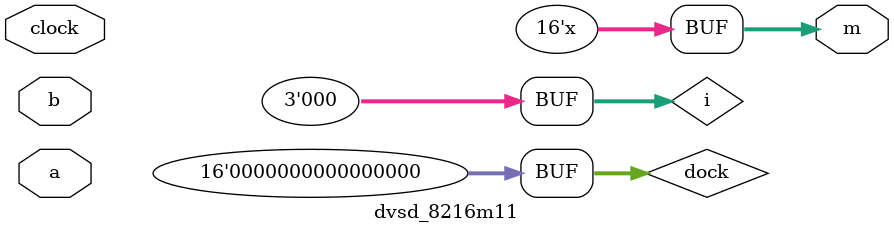
<source format=v>
module dvsd_8216m11(
  input [7:0] a,
  input [7:0] b,
  input clock,
  output reg [15:0] m
);

  reg [2:0] i;
  reg [15:0] dock=0;
  reg [15:0] ship=0;

  always @(a,b) begin
    for (i=0; i<8; i=i+1)
    begin
      if(b[i] == 1'b0)
        m = m + 8'b0;
      else begin
        ship = a;
        m = m + (ship << i);
      end
    end
  end

  // assign m = dock;
endmodule


</source>
